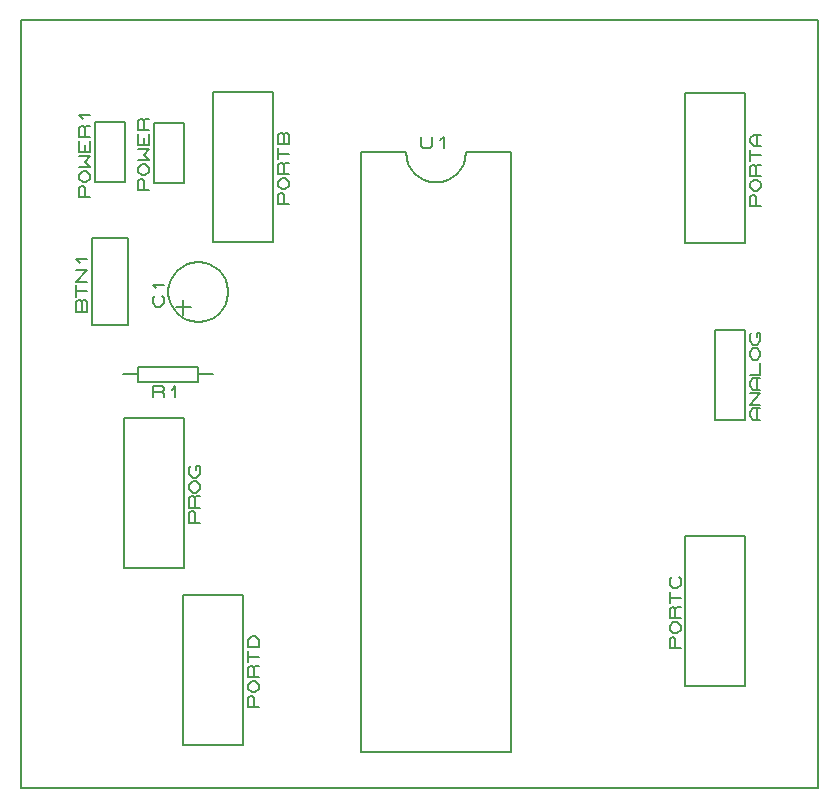
<source format=gbr>
G04 PROTEUS RS274X GERBER FILE*
%FSLAX45Y45*%
%MOMM*%
G01*
%ADD16C,0.203200*%
D16*
X+262000Y+2373000D02*
X+313752Y+2378080D01*
X+361695Y+2392685D01*
X+404875Y+2415862D01*
X+442340Y+2446660D01*
X+473138Y+2484125D01*
X+496315Y+2527305D01*
X+510920Y+2575248D01*
X+516000Y+2627000D01*
X+262000Y+2373000D02*
X+209518Y+2378080D01*
X+161234Y+2392685D01*
X+118009Y+2415862D01*
X+80708Y+2446660D01*
X+50193Y+2484125D01*
X+27328Y+2527305D01*
X+12976Y+2575248D01*
X+8000Y+2627000D01*
X+516000Y+2627000D02*
X+897000Y+2627000D01*
X+897000Y-2453000D02*
X-373000Y-2453000D01*
X-373000Y+2627000D02*
X+8000Y+2627000D01*
X+897000Y+2627000D02*
X+897000Y-2453000D01*
X-373000Y+2627000D02*
X-373000Y-2453000D01*
X+135000Y+2759080D02*
X+135000Y+2682880D01*
X+150875Y+2667640D01*
X+214375Y+2667640D01*
X+230250Y+2682880D01*
X+230250Y+2759080D01*
X+293750Y+2728600D02*
X+325500Y+2759080D01*
X+325500Y+2667640D01*
X-1623000Y+1869000D02*
X-1115000Y+1869000D01*
X-1115000Y+3139000D01*
X-1623000Y+3139000D01*
X-1623000Y+1869000D01*
X-982920Y+2186500D02*
X-1074360Y+2186500D01*
X-1074360Y+2265875D01*
X-1059120Y+2281750D01*
X-1043880Y+2281750D01*
X-1028640Y+2265875D01*
X-1028640Y+2186500D01*
X-1043880Y+2313500D02*
X-1074360Y+2345250D01*
X-1074360Y+2377000D01*
X-1043880Y+2408750D01*
X-1013400Y+2408750D01*
X-982920Y+2377000D01*
X-982920Y+2345250D01*
X-1013400Y+2313500D01*
X-1043880Y+2313500D01*
X-982920Y+2440500D02*
X-1074360Y+2440500D01*
X-1074360Y+2519875D01*
X-1059120Y+2535750D01*
X-1043880Y+2535750D01*
X-1028640Y+2519875D01*
X-1028640Y+2440500D01*
X-1028640Y+2519875D02*
X-1013400Y+2535750D01*
X-982920Y+2535750D01*
X-1074360Y+2567500D02*
X-1074360Y+2662750D01*
X-1074360Y+2615125D02*
X-982920Y+2615125D01*
X-982920Y+2694500D02*
X-1074360Y+2694500D01*
X-1074360Y+2773875D01*
X-1059120Y+2789750D01*
X-1043880Y+2789750D01*
X-1028640Y+2773875D01*
X-1013400Y+2789750D01*
X-998160Y+2789750D01*
X-982920Y+2773875D01*
X-982920Y+2694500D01*
X-1028640Y+2694500D02*
X-1028640Y+2773875D01*
X-1877000Y-2389000D02*
X-1369000Y-2389000D01*
X-1369000Y-1119000D01*
X-1877000Y-1119000D01*
X-1877000Y-2389000D01*
X-1236920Y-2071500D02*
X-1328360Y-2071500D01*
X-1328360Y-1992125D01*
X-1313120Y-1976250D01*
X-1297880Y-1976250D01*
X-1282640Y-1992125D01*
X-1282640Y-2071500D01*
X-1297880Y-1944500D02*
X-1328360Y-1912750D01*
X-1328360Y-1881000D01*
X-1297880Y-1849250D01*
X-1267400Y-1849250D01*
X-1236920Y-1881000D01*
X-1236920Y-1912750D01*
X-1267400Y-1944500D01*
X-1297880Y-1944500D01*
X-1236920Y-1817500D02*
X-1328360Y-1817500D01*
X-1328360Y-1738125D01*
X-1313120Y-1722250D01*
X-1297880Y-1722250D01*
X-1282640Y-1738125D01*
X-1282640Y-1817500D01*
X-1282640Y-1738125D02*
X-1267400Y-1722250D01*
X-1236920Y-1722250D01*
X-1328360Y-1690500D02*
X-1328360Y-1595250D01*
X-1328360Y-1642875D02*
X-1236920Y-1642875D01*
X-1236920Y-1563500D02*
X-1328360Y-1563500D01*
X-1328360Y-1500000D01*
X-1297880Y-1468250D01*
X-1267400Y-1468250D01*
X-1236920Y-1500000D01*
X-1236920Y-1563500D01*
X+2373000Y+1857000D02*
X+2881000Y+1857000D01*
X+2881000Y+3127000D01*
X+2373000Y+3127000D01*
X+2373000Y+1857000D01*
X+3013080Y+2174500D02*
X+2921640Y+2174500D01*
X+2921640Y+2253875D01*
X+2936880Y+2269750D01*
X+2952120Y+2269750D01*
X+2967360Y+2253875D01*
X+2967360Y+2174500D01*
X+2952120Y+2301500D02*
X+2921640Y+2333250D01*
X+2921640Y+2365000D01*
X+2952120Y+2396750D01*
X+2982600Y+2396750D01*
X+3013080Y+2365000D01*
X+3013080Y+2333250D01*
X+2982600Y+2301500D01*
X+2952120Y+2301500D01*
X+3013080Y+2428500D02*
X+2921640Y+2428500D01*
X+2921640Y+2507875D01*
X+2936880Y+2523750D01*
X+2952120Y+2523750D01*
X+2967360Y+2507875D01*
X+2967360Y+2428500D01*
X+2967360Y+2507875D02*
X+2982600Y+2523750D01*
X+3013080Y+2523750D01*
X+2921640Y+2555500D02*
X+2921640Y+2650750D01*
X+2921640Y+2603125D02*
X+3013080Y+2603125D01*
X+3013080Y+2682500D02*
X+2952120Y+2682500D01*
X+2921640Y+2714250D01*
X+2921640Y+2746000D01*
X+2952120Y+2777750D01*
X+3013080Y+2777750D01*
X+2982600Y+2682500D02*
X+2982600Y+2777750D01*
X+2373000Y-1889000D02*
X+2881000Y-1889000D01*
X+2881000Y-619000D01*
X+2373000Y-619000D01*
X+2373000Y-1889000D01*
X+2332360Y-1571500D02*
X+2240920Y-1571500D01*
X+2240920Y-1492125D01*
X+2256160Y-1476250D01*
X+2271400Y-1476250D01*
X+2286640Y-1492125D01*
X+2286640Y-1571500D01*
X+2271400Y-1444500D02*
X+2240920Y-1412750D01*
X+2240920Y-1381000D01*
X+2271400Y-1349250D01*
X+2301880Y-1349250D01*
X+2332360Y-1381000D01*
X+2332360Y-1412750D01*
X+2301880Y-1444500D01*
X+2271400Y-1444500D01*
X+2332360Y-1317500D02*
X+2240920Y-1317500D01*
X+2240920Y-1238125D01*
X+2256160Y-1222250D01*
X+2271400Y-1222250D01*
X+2286640Y-1238125D01*
X+2286640Y-1317500D01*
X+2286640Y-1238125D02*
X+2301880Y-1222250D01*
X+2332360Y-1222250D01*
X+2240920Y-1190500D02*
X+2240920Y-1095250D01*
X+2240920Y-1142875D02*
X+2332360Y-1142875D01*
X+2317120Y-968250D02*
X+2332360Y-984125D01*
X+2332360Y-1031750D01*
X+2301880Y-1063500D01*
X+2271400Y-1063500D01*
X+2240920Y-1031750D01*
X+2240920Y-984125D01*
X+2256160Y-968250D01*
X-1627000Y+750000D02*
X-1754000Y+750000D01*
X-2262000Y+686500D02*
X-1754000Y+686500D01*
X-1754000Y+813500D01*
X-2262000Y+813500D01*
X-2262000Y+686500D01*
X-2262000Y+750000D02*
X-2389000Y+750000D01*
X-2135000Y+554420D02*
X-2135000Y+645860D01*
X-2055625Y+645860D01*
X-2039750Y+630620D01*
X-2039750Y+615380D01*
X-2055625Y+600140D01*
X-2135000Y+600140D01*
X-2055625Y+600140D02*
X-2039750Y+584900D01*
X-2039750Y+554420D01*
X-1976250Y+615380D02*
X-1944500Y+645860D01*
X-1944500Y+554420D01*
X-1496000Y+1445200D02*
X-1496827Y+1465683D01*
X-1503545Y+1506650D01*
X-1517563Y+1547617D01*
X-1540341Y+1588584D01*
X-1575141Y+1629429D01*
X-1616108Y+1661045D01*
X-1657075Y+1681592D01*
X-1698042Y+1693829D01*
X-1739009Y+1698962D01*
X-1750000Y+1699200D01*
X-2004000Y+1445200D02*
X-2003173Y+1465683D01*
X-1996455Y+1506650D01*
X-1982437Y+1547617D01*
X-1959659Y+1588584D01*
X-1924859Y+1629429D01*
X-1883892Y+1661045D01*
X-1842925Y+1681592D01*
X-1801958Y+1693829D01*
X-1760991Y+1698962D01*
X-1750000Y+1699200D01*
X-2004000Y+1445200D02*
X-2003173Y+1424717D01*
X-1996455Y+1383750D01*
X-1982437Y+1342783D01*
X-1959659Y+1301816D01*
X-1924859Y+1260971D01*
X-1883892Y+1229355D01*
X-1842925Y+1208808D01*
X-1801958Y+1196571D01*
X-1760991Y+1191438D01*
X-1750000Y+1191200D01*
X-1496000Y+1445200D02*
X-1496827Y+1424717D01*
X-1503545Y+1383750D01*
X-1517563Y+1342783D01*
X-1540341Y+1301816D01*
X-1575141Y+1260971D01*
X-1616108Y+1229355D01*
X-1657075Y+1208808D01*
X-1698042Y+1196571D01*
X-1739009Y+1191438D01*
X-1750000Y+1191200D01*
X-1877000Y+1254700D02*
X-1877000Y+1381700D01*
X-1940500Y+1318200D02*
X-1813500Y+1318200D01*
X-2059880Y+1412530D02*
X-2044640Y+1396655D01*
X-2044640Y+1349030D01*
X-2075120Y+1317280D01*
X-2105600Y+1317280D01*
X-2136080Y+1349030D01*
X-2136080Y+1396655D01*
X-2120840Y+1412530D01*
X-2105600Y+1476030D02*
X-2136080Y+1507780D01*
X-2044640Y+1507780D01*
X-2652400Y+1165800D02*
X-2347600Y+1165800D01*
X-2347600Y+1902400D01*
X-2652400Y+1902400D01*
X-2652400Y+1165800D01*
X-2693040Y+1280100D02*
X-2784480Y+1280100D01*
X-2784480Y+1359475D01*
X-2769240Y+1375350D01*
X-2754000Y+1375350D01*
X-2738760Y+1359475D01*
X-2723520Y+1375350D01*
X-2708280Y+1375350D01*
X-2693040Y+1359475D01*
X-2693040Y+1280100D01*
X-2738760Y+1280100D02*
X-2738760Y+1359475D01*
X-2784480Y+1407100D02*
X-2784480Y+1502350D01*
X-2784480Y+1454725D02*
X-2693040Y+1454725D01*
X-2693040Y+1534100D02*
X-2784480Y+1534100D01*
X-2693040Y+1629350D01*
X-2784480Y+1629350D01*
X-2754000Y+1692850D02*
X-2784480Y+1724600D01*
X-2693040Y+1724600D01*
X-2377000Y-889000D02*
X-1869000Y-889000D01*
X-1869000Y+381000D01*
X-2377000Y+381000D01*
X-2377000Y-889000D01*
X-1736920Y-508000D02*
X-1828360Y-508000D01*
X-1828360Y-428625D01*
X-1813120Y-412750D01*
X-1797880Y-412750D01*
X-1782640Y-428625D01*
X-1782640Y-508000D01*
X-1736920Y-381000D02*
X-1828360Y-381000D01*
X-1828360Y-301625D01*
X-1813120Y-285750D01*
X-1797880Y-285750D01*
X-1782640Y-301625D01*
X-1782640Y-381000D01*
X-1782640Y-301625D02*
X-1767400Y-285750D01*
X-1736920Y-285750D01*
X-1797880Y-254000D02*
X-1828360Y-222250D01*
X-1828360Y-190500D01*
X-1797880Y-158750D01*
X-1767400Y-158750D01*
X-1736920Y-190500D01*
X-1736920Y-222250D01*
X-1767400Y-254000D01*
X-1797880Y-254000D01*
X-1767400Y-63500D02*
X-1767400Y-31750D01*
X-1736920Y-31750D01*
X-1736920Y-95250D01*
X-1767400Y-127000D01*
X-1797880Y-127000D01*
X-1828360Y-95250D01*
X-1828360Y-47625D01*
X-1813120Y-31750D01*
X+2623000Y+365000D02*
X+2877000Y+365000D01*
X+2877000Y+1127000D01*
X+2623000Y+1127000D01*
X+2623000Y+365000D01*
X+3009080Y+365000D02*
X+2948120Y+365000D01*
X+2917640Y+396750D01*
X+2917640Y+428500D01*
X+2948120Y+460250D01*
X+3009080Y+460250D01*
X+2978600Y+365000D02*
X+2978600Y+460250D01*
X+3009080Y+492000D02*
X+2917640Y+492000D01*
X+3009080Y+587250D01*
X+2917640Y+587250D01*
X+3009080Y+619000D02*
X+2948120Y+619000D01*
X+2917640Y+650750D01*
X+2917640Y+682500D01*
X+2948120Y+714250D01*
X+3009080Y+714250D01*
X+2978600Y+619000D02*
X+2978600Y+714250D01*
X+2917640Y+746000D02*
X+3009080Y+746000D01*
X+3009080Y+841250D01*
X+2948120Y+873000D02*
X+2917640Y+904750D01*
X+2917640Y+936500D01*
X+2948120Y+968250D01*
X+2978600Y+968250D01*
X+3009080Y+936500D01*
X+3009080Y+904750D01*
X+2978600Y+873000D01*
X+2948120Y+873000D01*
X+2978600Y+1063500D02*
X+2978600Y+1095250D01*
X+3009080Y+1095250D01*
X+3009080Y+1031750D01*
X+2978600Y+1000000D01*
X+2948120Y+1000000D01*
X+2917640Y+1031750D01*
X+2917640Y+1079375D01*
X+2932880Y+1095250D01*
X-2127000Y+2369000D02*
X-1873000Y+2369000D01*
X-1873000Y+2877000D01*
X-2127000Y+2877000D01*
X-2127000Y+2369000D01*
X-2167640Y+2305500D02*
X-2259080Y+2305500D01*
X-2259080Y+2384875D01*
X-2243840Y+2400750D01*
X-2228600Y+2400750D01*
X-2213360Y+2384875D01*
X-2213360Y+2305500D01*
X-2228600Y+2432500D02*
X-2259080Y+2464250D01*
X-2259080Y+2496000D01*
X-2228600Y+2527750D01*
X-2198120Y+2527750D01*
X-2167640Y+2496000D01*
X-2167640Y+2464250D01*
X-2198120Y+2432500D01*
X-2228600Y+2432500D01*
X-2259080Y+2559500D02*
X-2167640Y+2559500D01*
X-2213360Y+2607125D01*
X-2167640Y+2654750D01*
X-2259080Y+2654750D01*
X-2167640Y+2781750D02*
X-2167640Y+2686500D01*
X-2259080Y+2686500D01*
X-2259080Y+2781750D01*
X-2213360Y+2686500D02*
X-2213360Y+2750000D01*
X-2167640Y+2813500D02*
X-2259080Y+2813500D01*
X-2259080Y+2892875D01*
X-2243840Y+2908750D01*
X-2228600Y+2908750D01*
X-2213360Y+2892875D01*
X-2213360Y+2813500D01*
X-2213360Y+2892875D02*
X-2198120Y+2908750D01*
X-2167640Y+2908750D01*
X-2627000Y+2373000D02*
X-2373000Y+2373000D01*
X-2373000Y+2881000D01*
X-2627000Y+2881000D01*
X-2627000Y+2373000D01*
X-2667640Y+2246000D02*
X-2759080Y+2246000D01*
X-2759080Y+2325375D01*
X-2743840Y+2341250D01*
X-2728600Y+2341250D01*
X-2713360Y+2325375D01*
X-2713360Y+2246000D01*
X-2728600Y+2373000D02*
X-2759080Y+2404750D01*
X-2759080Y+2436500D01*
X-2728600Y+2468250D01*
X-2698120Y+2468250D01*
X-2667640Y+2436500D01*
X-2667640Y+2404750D01*
X-2698120Y+2373000D01*
X-2728600Y+2373000D01*
X-2759080Y+2500000D02*
X-2667640Y+2500000D01*
X-2713360Y+2547625D01*
X-2667640Y+2595250D01*
X-2759080Y+2595250D01*
X-2667640Y+2722250D02*
X-2667640Y+2627000D01*
X-2759080Y+2627000D01*
X-2759080Y+2722250D01*
X-2713360Y+2627000D02*
X-2713360Y+2690500D01*
X-2667640Y+2754000D02*
X-2759080Y+2754000D01*
X-2759080Y+2833375D01*
X-2743840Y+2849250D01*
X-2728600Y+2849250D01*
X-2713360Y+2833375D01*
X-2713360Y+2754000D01*
X-2713360Y+2833375D02*
X-2698120Y+2849250D01*
X-2667640Y+2849250D01*
X-2728600Y+2912750D02*
X-2759080Y+2944500D01*
X-2667640Y+2944500D01*
X-3250000Y-2750000D02*
X+3500000Y-2750000D01*
X+3500000Y+3750000D01*
X-3250000Y+3750000D01*
X-3250000Y-2750000D01*
M02*

</source>
